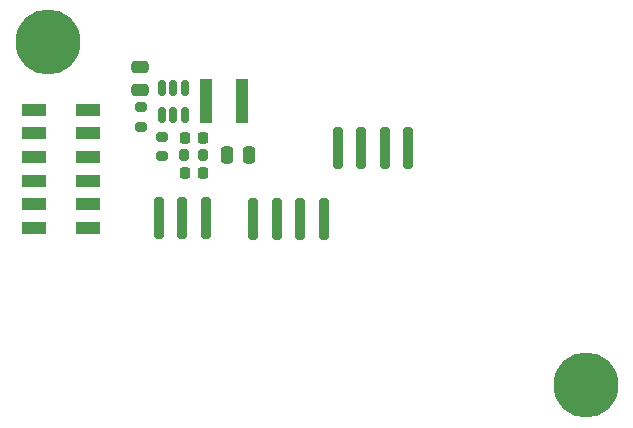
<source format=gbr>
%TF.GenerationSoftware,KiCad,Pcbnew,8.0.1*%
%TF.CreationDate,2024-06-02T11:28:52+08:00*%
%TF.ProjectId,SB-fan-board,53422d66-616e-42d6-926f-6172642e6b69,rev?*%
%TF.SameCoordinates,Original*%
%TF.FileFunction,Soldermask,Top*%
%TF.FilePolarity,Negative*%
%FSLAX46Y46*%
G04 Gerber Fmt 4.6, Leading zero omitted, Abs format (unit mm)*
G04 Created by KiCad (PCBNEW 8.0.1) date 2024-06-02 11:28:52*
%MOMM*%
%LPD*%
G01*
G04 APERTURE LIST*
G04 Aperture macros list*
%AMRoundRect*
0 Rectangle with rounded corners*
0 $1 Rounding radius*
0 $2 $3 $4 $5 $6 $7 $8 $9 X,Y pos of 4 corners*
0 Add a 4 corners polygon primitive as box body*
4,1,4,$2,$3,$4,$5,$6,$7,$8,$9,$2,$3,0*
0 Add four circle primitives for the rounded corners*
1,1,$1+$1,$2,$3*
1,1,$1+$1,$4,$5*
1,1,$1+$1,$6,$7*
1,1,$1+$1,$8,$9*
0 Add four rect primitives between the rounded corners*
20,1,$1+$1,$2,$3,$4,$5,0*
20,1,$1+$1,$4,$5,$6,$7,0*
20,1,$1+$1,$6,$7,$8,$9,0*
20,1,$1+$1,$8,$9,$2,$3,0*%
G04 Aperture macros list end*
%ADD10RoundRect,0.200000X-0.200000X-0.275000X0.200000X-0.275000X0.200000X0.275000X-0.200000X0.275000X0*%
%ADD11R,1.100000X3.700000*%
%ADD12RoundRect,0.200000X-0.275000X0.200000X-0.275000X-0.200000X0.275000X-0.200000X0.275000X0.200000X0*%
%ADD13C,5.500000*%
%ADD14RoundRect,0.200000X0.200000X1.550000X-0.200000X1.550000X-0.200000X-1.550000X0.200000X-1.550000X0*%
%ADD15RoundRect,0.225000X-0.225000X-0.250000X0.225000X-0.250000X0.225000X0.250000X-0.225000X0.250000X0*%
%ADD16RoundRect,0.200000X0.275000X-0.200000X0.275000X0.200000X-0.275000X0.200000X-0.275000X-0.200000X0*%
%ADD17RoundRect,0.200000X-0.200000X-1.550000X0.200000X-1.550000X0.200000X1.550000X-0.200000X1.550000X0*%
%ADD18R,2.000000X1.000000*%
%ADD19RoundRect,0.250000X0.475000X-0.250000X0.475000X0.250000X-0.475000X0.250000X-0.475000X-0.250000X0*%
%ADD20RoundRect,0.250000X-0.250000X-0.475000X0.250000X-0.475000X0.250000X0.475000X-0.250000X0.475000X0*%
%ADD21RoundRect,0.150000X-0.150000X0.512500X-0.150000X-0.512500X0.150000X-0.512500X0.150000X0.512500X0*%
G04 APERTURE END LIST*
D10*
%TO.C,R2*%
X156750000Y-80800000D03*
X158400000Y-80800000D03*
%TD*%
D11*
%TO.C,L1*%
X158650000Y-76212500D03*
X161650000Y-76212500D03*
%TD*%
D12*
%TO.C,R3*%
X154900001Y-79225000D03*
X154900001Y-80875000D03*
%TD*%
D13*
%TO.C,H1*%
X145200000Y-71200000D03*
%TD*%
D14*
%TO.C,J2*%
X168600000Y-86147127D03*
X166600000Y-86147127D03*
X164600000Y-86147127D03*
X162600000Y-86147127D03*
%TD*%
D15*
%TO.C,C1*%
X156800000Y-79300000D03*
X158350000Y-79300000D03*
%TD*%
D16*
%TO.C,R1*%
X153100000Y-78350000D03*
X153100000Y-76700000D03*
%TD*%
D14*
%TO.C,J3*%
X158600000Y-86126727D03*
X156600000Y-86126727D03*
X154600000Y-86126727D03*
%TD*%
D17*
%TO.C,J1*%
X169750000Y-80139600D03*
X171750000Y-80139600D03*
X173750000Y-80139600D03*
X175750000Y-80139600D03*
%TD*%
D18*
%TO.C,J4*%
X144041000Y-86929000D03*
X148641000Y-86929000D03*
X144041000Y-84929000D03*
X148641000Y-84929000D03*
X144041000Y-82929000D03*
X148641000Y-82929000D03*
X144041000Y-80929000D03*
X148641000Y-80929000D03*
X144041000Y-78929000D03*
X148641000Y-78929000D03*
X144041000Y-76929000D03*
X148641000Y-76929000D03*
%TD*%
D13*
%TO.C,H2*%
X190780000Y-100258000D03*
%TD*%
D15*
%TO.C,C4*%
X156800000Y-82300000D03*
X158350000Y-82300000D03*
%TD*%
D19*
%TO.C,C2*%
X153000000Y-75250001D03*
X153000000Y-73350001D03*
%TD*%
D20*
%TO.C,C3*%
X160350000Y-80800000D03*
X162250000Y-80800000D03*
%TD*%
D21*
%TO.C,U1*%
X156800000Y-75075000D03*
X155850000Y-75075000D03*
X154900000Y-75075000D03*
X154900000Y-77350000D03*
X155850000Y-77350000D03*
X156800000Y-77350000D03*
%TD*%
M02*

</source>
